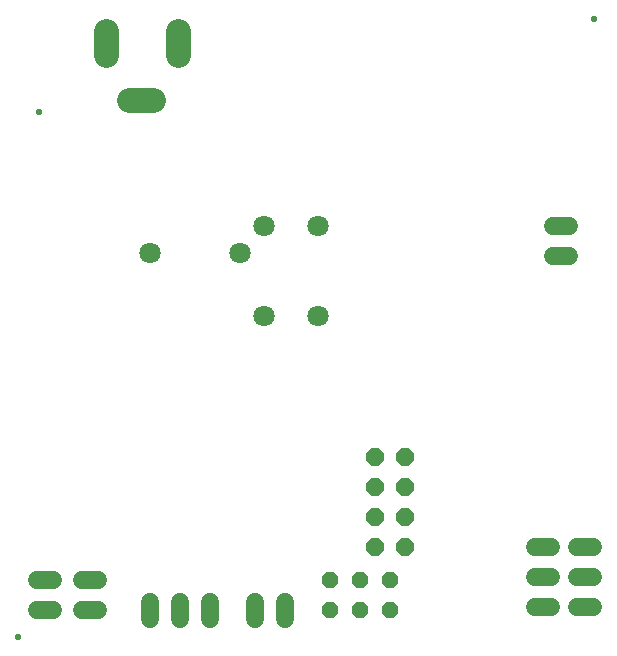
<source format=gbs>
G04 EAGLE Gerber RS-274X export*
G75*
%MOMM*%
%FSLAX34Y34*%
%LPD*%
%INSoldermask Bottom*%
%IPPOS*%
%AMOC8*
5,1,8,0,0,1.08239X$1,22.5*%
G01*
%ADD10C,0.551600*%
%ADD11C,1.801600*%
%ADD12C,2.101600*%
%ADD13C,1.524000*%
%ADD14P,1.649562X8X112.500000*%
%ADD15P,1.525737X8X202.500000*%


D10*
X45720Y459740D03*
X515620Y538480D03*
X27940Y15240D03*
D11*
X215900Y340360D03*
X139700Y340360D03*
X236220Y363220D03*
X236220Y287020D03*
X281940Y287020D03*
X281940Y363220D03*
D12*
X163080Y508160D02*
X163080Y528160D01*
X102080Y528160D02*
X102080Y508160D01*
X122080Y470160D02*
X142080Y470160D01*
D13*
X480568Y337820D02*
X494792Y337820D01*
X494792Y363220D02*
X480568Y363220D01*
X139700Y45212D02*
X139700Y30988D01*
X165100Y30988D02*
X165100Y45212D01*
X190500Y45212D02*
X190500Y30988D01*
X254000Y30988D02*
X254000Y45212D01*
X228600Y45212D02*
X228600Y30988D01*
D14*
X355600Y91440D03*
X330200Y91440D03*
X355600Y116840D03*
X330200Y116840D03*
X355600Y142240D03*
X330200Y142240D03*
X330200Y167640D03*
X355600Y167640D03*
D13*
X57912Y38100D02*
X43688Y38100D01*
X43688Y63500D02*
X57912Y63500D01*
X81788Y63500D02*
X96012Y63500D01*
X96012Y38100D02*
X81788Y38100D01*
D15*
X317500Y38100D03*
X317500Y63500D03*
X342900Y38100D03*
X342900Y63500D03*
X292100Y63500D03*
X292100Y38100D03*
D13*
X465328Y40640D02*
X479552Y40640D01*
X479552Y66040D02*
X465328Y66040D01*
X465328Y91440D02*
X479552Y91440D01*
X500888Y40640D02*
X515112Y40640D01*
X515112Y66040D02*
X500888Y66040D01*
X500888Y91440D02*
X515112Y91440D01*
M02*

</source>
